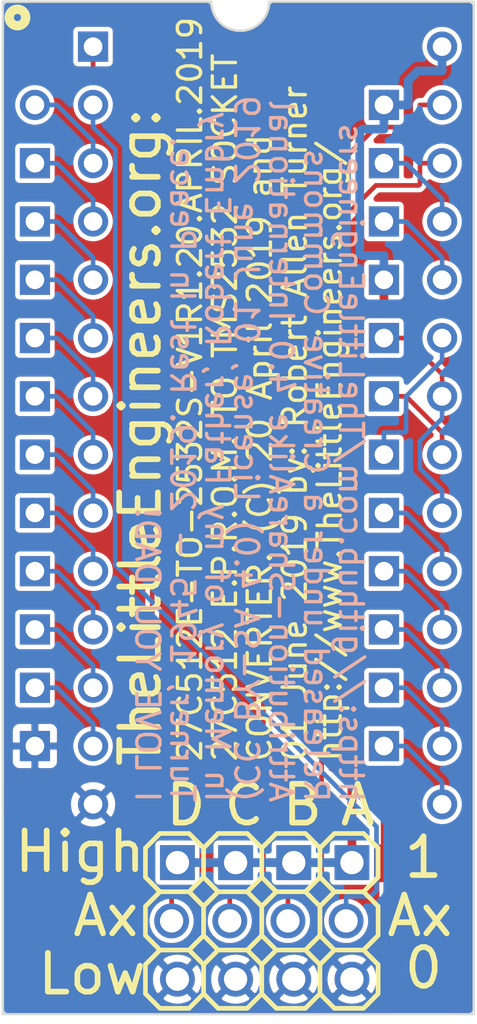
<source format=kicad_pcb>
(kicad_pcb (version 20171130) (host pcbnew "(5.0.2)-1")
  (layers (0 Top signal) (31 Bottom signal) (34 B.Paste user) (35 F.Paste user) (36 B.SilkS user) (37 F.SilkS user) (38 B.Mask user) (39 F.Mask user) (44 Edge.Cuts user))
  (net 0 "")
  (net 1 /VCC)
  (net 2 /A8)
  (net 3 /A9)
  (net 4 /~CE)
  (net 5 /A10)
  (net 6 /A11)
  (net 7 /D7)
  (net 8 /D6)
  (net 9 /D5)
  (net 10 /D4)
  (net 11 /D3)
  (net 12 /GND)
  (net 13 /D2)
  (net 14 /D1)
  (net 15 /D0)
  (net 16 /A0)
  (net 17 /A1)
  (net 18 /A2)
  (net 19 /A3)
  (net 20 /A4)
  (net 21 /A5)
  (net 22 /A6)
  (net 23 /A7)
  (net 24 /A14)
  (net 25 /A13)
  (net 26 /A12)
  (net 27 /A15)
  (module 27C512E-TO-2532S:DIL24-6-NO-OUTLINE (layer Top) (at 156.1211 79.6036 270)
    (fp_text reference IC1 hide)
    (fp_text value TMS2532-NO hide)
    (pad 24 thru_hole rect (at -13.97 -7.62) (size 1.3208 1.3208) (drill 0.8128) (layers *.Cu *.Mask) (net 1 /VCC))
    (pad 23 thru_hole rect (at -11.43 -7.62) (size 1.3208 1.3208) (drill 0.8128) (layers *.Cu *.Mask) (net 2 /A8))
    (pad 22 thru_hole rect (at -8.89 -7.62) (size 1.3208 1.3208) (drill 0.8128) (layers *.Cu *.Mask) (net 3 /A9))
    (pad 21 thru_hole rect (at -6.35 -7.62) (size 1.3208 1.3208) (drill 0.8128) (layers *.Cu *.Mask) (net 1 /VCC))
    (pad 20 thru_hole rect (at -3.81 -7.62) (size 1.3208 1.3208) (drill 0.8128) (layers *.Cu *.Mask) (net 4 /~CE))
    (pad 19 thru_hole rect (at -1.27 -7.62) (size 1.3208 1.3208) (drill 0.8128) (layers *.Cu *.Mask) (net 5 /A10))
    (pad 18 thru_hole rect (at 1.27 -7.62) (size 1.3208 1.3208) (drill 0.8128) (layers *.Cu *.Mask) (net 6 /A11))
    (pad 17 thru_hole rect (at 3.81 -7.62) (size 1.3208 1.3208) (drill 0.8128) (layers *.Cu *.Mask) (net 7 /D7))
    (pad 16 thru_hole rect (at 6.35 -7.62) (size 1.3208 1.3208) (drill 0.8128) (layers *.Cu *.Mask) (net 8 /D6))
    (pad 15 thru_hole rect (at 8.89 -7.62) (size 1.3208 1.3208) (drill 0.8128) (layers *.Cu *.Mask) (net 9 /D5))
    (pad 14 thru_hole rect (at 11.43 -7.62) (size 1.3208 1.3208) (drill 0.8128) (layers *.Cu *.Mask) (net 10 /D4))
    (pad 13 thru_hole rect (at 13.97 -7.62) (size 1.3208 1.3208) (drill 0.8128) (layers *.Cu *.Mask) (net 11 /D3))
    (pad 12 thru_hole rect (at 13.97 7.62) (size 1.3208 1.3208) (drill 0.8128) (layers *.Cu *.Mask) (net 12 /GND))
    (pad 11 thru_hole rect (at 11.43 7.62) (size 1.3208 1.3208) (drill 0.8128) (layers *.Cu *.Mask) (net 13 /D2))
    (pad 10 thru_hole rect (at 8.89 7.62) (size 1.3208 1.3208) (drill 0.8128) (layers *.Cu *.Mask) (net 14 /D1))
    (pad 9 thru_hole rect (at 6.35 7.62) (size 1.3208 1.3208) (drill 0.8128) (layers *.Cu *.Mask) (net 15 /D0))
    (pad 8 thru_hole rect (at 3.81 7.62) (size 1.3208 1.3208) (drill 0.8128) (layers *.Cu *.Mask) (net 16 /A0))
    (pad 7 thru_hole rect (at 1.27 7.62) (size 1.3208 1.3208) (drill 0.8128) (layers *.Cu *.Mask) (net 17 /A1))
    (pad 6 thru_hole rect (at -1.27 7.62) (size 1.3208 1.3208) (drill 0.8128) (layers *.Cu *.Mask) (net 18 /A2))
    (pad 5 thru_hole rect (at -3.81 7.62) (size 1.3208 1.3208) (drill 0.8128) (layers *.Cu *.Mask) (net 19 /A3))
    (pad 4 thru_hole rect (at -6.35 7.62) (size 1.3208 1.3208) (drill 0.8128) (layers *.Cu *.Mask) (net 20 /A4))
    (pad 3 thru_hole rect (at -8.89 7.62) (size 1.3208 1.3208) (drill 0.8128) (layers *.Cu *.Mask) (net 21 /A5))
    (pad 2 thru_hole rect (at -11.43 7.62) (size 1.3208 1.3208) (drill 0.8128) (layers *.Cu *.Mask) (net 22 /A6))
    (pad 1 thru_hole circle (at -13.97 7.62) (size 1.3208 1.3208) (drill 0.8128) (layers *.Cu *.Mask) (net 23 /A7))
  )
  (module 27C512E-TO-2532S:DIL28-6-NO-OUTLINE (layer Top) (at 158.6611 79.6036 270)
    (fp_text reference IC2 hide)
    (fp_text value 27C512D-NO hide)
    (pad 28 thru_hole circle (at -16.51 -7.62) (size 1.3208 1.3208) (drill 0.8128) (layers *.Cu *.Mask) (net 1 /VCC))
    (pad 27 thru_hole circle (at -13.97 -7.62) (size 1.3208 1.3208) (drill 0.8128) (layers *.Cu *.Mask) (net 24 /A14))
    (pad 26 thru_hole circle (at -11.43 -7.62) (size 1.3208 1.3208) (drill 0.8128) (layers *.Cu *.Mask) (net 25 /A13))
    (pad 25 thru_hole circle (at -8.89 -7.62) (size 1.3208 1.3208) (drill 0.8128) (layers *.Cu *.Mask) (net 2 /A8))
    (pad 24 thru_hole circle (at -6.35 -7.62) (size 1.3208 1.3208) (drill 0.8128) (layers *.Cu *.Mask) (net 3 /A9))
    (pad 23 thru_hole circle (at -3.81 -7.62) (size 1.3208 1.3208) (drill 0.8128) (layers *.Cu *.Mask) (net 6 /A11))
    (pad 22 thru_hole circle (at -1.27 -7.62) (size 1.3208 1.3208) (drill 0.8128) (layers *.Cu *.Mask) (net 4 /~CE))
    (pad 21 thru_hole circle (at 1.27 -7.62) (size 1.3208 1.3208) (drill 0.8128) (layers *.Cu *.Mask) (net 5 /A10))
    (pad 20 thru_hole circle (at 3.81 -7.62) (size 1.3208 1.3208) (drill 0.8128) (layers *.Cu *.Mask) (net 4 /~CE))
    (pad 19 thru_hole circle (at 6.35 -7.62) (size 1.3208 1.3208) (drill 0.8128) (layers *.Cu *.Mask) (net 7 /D7))
    (pad 18 thru_hole circle (at 8.89 -7.62) (size 1.3208 1.3208) (drill 0.8128) (layers *.Cu *.Mask) (net 8 /D6))
    (pad 17 thru_hole circle (at 11.43 -7.62) (size 1.3208 1.3208) (drill 0.8128) (layers *.Cu *.Mask) (net 9 /D5))
    (pad 16 thru_hole circle (at 13.97 -7.62) (size 1.3208 1.3208) (drill 0.8128) (layers *.Cu *.Mask) (net 10 /D4))
    (pad 15 thru_hole circle (at 16.51 -7.62) (size 1.3208 1.3208) (drill 0.8128) (layers *.Cu *.Mask) (net 11 /D3))
    (pad 14 thru_hole circle (at 16.51 7.62) (size 1.3208 1.3208) (drill 0.8128) (layers *.Cu *.Mask) (net 12 /GND))
    (pad 13 thru_hole circle (at 13.97 7.62) (size 1.3208 1.3208) (drill 0.8128) (layers *.Cu *.Mask) (net 13 /D2))
    (pad 12 thru_hole circle (at 11.43 7.62) (size 1.3208 1.3208) (drill 0.8128) (layers *.Cu *.Mask) (net 14 /D1))
    (pad 11 thru_hole circle (at 8.89 7.62) (size 1.3208 1.3208) (drill 0.8128) (layers *.Cu *.Mask) (net 15 /D0))
    (pad 10 thru_hole circle (at 6.35 7.62) (size 1.3208 1.3208) (drill 0.8128) (layers *.Cu *.Mask) (net 16 /A0))
    (pad 9 thru_hole circle (at 3.81 7.62) (size 1.3208 1.3208) (drill 0.8128) (layers *.Cu *.Mask) (net 17 /A1))
    (pad 8 thru_hole circle (at 1.27 7.62) (size 1.3208 1.3208) (drill 0.8128) (layers *.Cu *.Mask) (net 18 /A2))
    (pad 7 thru_hole circle (at -1.27 7.62) (size 1.3208 1.3208) (drill 0.8128) (layers *.Cu *.Mask) (net 19 /A3))
    (pad 6 thru_hole circle (at -3.81 7.62) (size 1.3208 1.3208) (drill 0.8128) (layers *.Cu *.Mask) (net 20 /A4))
    (pad 5 thru_hole circle (at -6.35 7.62) (size 1.3208 1.3208) (drill 0.8128) (layers *.Cu *.Mask) (net 21 /A5))
    (pad 4 thru_hole circle (at -8.89 7.62) (size 1.3208 1.3208) (drill 0.8128) (layers *.Cu *.Mask) (net 22 /A6))
    (pad 3 thru_hole circle (at -11.43 7.62) (size 1.3208 1.3208) (drill 0.8128) (layers *.Cu *.Mask) (net 23 /A7))
    (pad 2 thru_hole circle (at -13.97 7.62) (size 1.3208 1.3208) (drill 0.8128) (layers *.Cu *.Mask) (net 26 /A12))
    (pad 1 thru_hole rect (at -16.51 7.62) (size 1.3208 1.3208) (drill 0.8128) (layers *.Cu *.Mask) (net 27 /A15))
  )
  (module 27C512E-TO-2532S:1X03-STAGGERED (layer Top) (at 162.2171 101.1936 270)
    (fp_text reference A1 hide)
    (fp_text value 1X03-STAGGERED-S hide)
    (fp_line (start 1.27 -0.635) (end 1.27 0.635) (layer F.SilkS) (width 0.2032))
    (fp_line (start -1.27 -0.635) (end -1.27 0.635) (layer F.SilkS) (width 0.2032))
    (fp_line (start 3.81 -0.635) (end 3.81 0.635) (layer F.SilkS) (width 0.2032))
    (fp_line (start -1.905 1.27) (end -3.175 1.27) (layer F.SilkS) (width 0.2032))
    (fp_line (start -3.81 0.635) (end -3.175 1.27) (layer F.SilkS) (width 0.2032))
    (fp_line (start -3.175 -1.27) (end -3.81 -0.635) (layer F.SilkS) (width 0.2032))
    (fp_line (start -3.81 -0.635) (end -3.81 0.635) (layer F.SilkS) (width 0.2032))
    (fp_line (start -0.635 1.27) (end -1.27 0.635) (layer F.SilkS) (width 0.2032))
    (fp_line (start 0.635 1.27) (end -0.635 1.27) (layer F.SilkS) (width 0.2032))
    (fp_line (start 1.27 0.635) (end 0.635 1.27) (layer F.SilkS) (width 0.2032))
    (fp_line (start 0.635 -1.27) (end 1.27 -0.635) (layer F.SilkS) (width 0.2032))
    (fp_line (start -0.635 -1.27) (end 0.635 -1.27) (layer F.SilkS) (width 0.2032))
    (fp_line (start -1.27 -0.635) (end -0.635 -1.27) (layer F.SilkS) (width 0.2032))
    (fp_line (start -1.27 0.635) (end -1.905 1.27) (layer F.SilkS) (width 0.2032))
    (fp_line (start -1.905 -1.27) (end -1.27 -0.635) (layer F.SilkS) (width 0.2032))
    (fp_line (start -3.175 -1.27) (end -1.905 -1.27) (layer F.SilkS) (width 0.2032))
    (fp_line (start 1.905 1.27) (end 1.27 0.635) (layer F.SilkS) (width 0.2032))
    (fp_line (start 3.175 1.27) (end 1.905 1.27) (layer F.SilkS) (width 0.2032))
    (fp_line (start 3.81 0.635) (end 3.175 1.27) (layer F.SilkS) (width 0.2032))
    (fp_line (start 3.175 -1.27) (end 3.81 -0.635) (layer F.SilkS) (width 0.2032))
    (fp_line (start 1.905 -1.27) (end 3.175 -1.27) (layer F.SilkS) (width 0.2032))
    (fp_line (start 1.27 -0.635) (end 1.905 -1.27) (layer F.SilkS) (width 0.2032))
    (pad 3 thru_hole circle (at 2.54 -0.127) (size 1.524 1.524) (drill 1.016) (layers *.Cu *.Mask) (net 12 /GND))
    (pad 2 thru_hole circle (at 0 0.127) (size 1.524 1.524) (drill 1.016) (layers *.Cu *.Mask) (net 26 /A12))
    (pad 1 thru_hole rect (at -2.54 -0.127) (size 1.524 1.524) (drill 1.016) (layers *.Cu *.Mask) (net 1 /VCC))
  )
  (module 27C512E-TO-2532S:1X03-STAGGERED (layer Top) (at 159.6771 101.1936 270)
    (fp_text reference A2 hide)
    (fp_text value 1X03-STAGGERED-S hide)
    (fp_line (start 1.27 -0.635) (end 1.27 0.635) (layer F.SilkS) (width 0.2032))
    (fp_line (start -1.27 -0.635) (end -1.27 0.635) (layer F.SilkS) (width 0.2032))
    (fp_line (start 3.81 -0.635) (end 3.81 0.635) (layer F.SilkS) (width 0.2032))
    (fp_line (start -1.905 1.27) (end -3.175 1.27) (layer F.SilkS) (width 0.2032))
    (fp_line (start -3.81 0.635) (end -3.175 1.27) (layer F.SilkS) (width 0.2032))
    (fp_line (start -3.175 -1.27) (end -3.81 -0.635) (layer F.SilkS) (width 0.2032))
    (fp_line (start -3.81 -0.635) (end -3.81 0.635) (layer F.SilkS) (width 0.2032))
    (fp_line (start -0.635 1.27) (end -1.27 0.635) (layer F.SilkS) (width 0.2032))
    (fp_line (start 0.635 1.27) (end -0.635 1.27) (layer F.SilkS) (width 0.2032))
    (fp_line (start 1.27 0.635) (end 0.635 1.27) (layer F.SilkS) (width 0.2032))
    (fp_line (start 0.635 -1.27) (end 1.27 -0.635) (layer F.SilkS) (width 0.2032))
    (fp_line (start -0.635 -1.27) (end 0.635 -1.27) (layer F.SilkS) (width 0.2032))
    (fp_line (start -1.27 -0.635) (end -0.635 -1.27) (layer F.SilkS) (width 0.2032))
    (fp_line (start -1.27 0.635) (end -1.905 1.27) (layer F.SilkS) (width 0.2032))
    (fp_line (start -1.905 -1.27) (end -1.27 -0.635) (layer F.SilkS) (width 0.2032))
    (fp_line (start -3.175 -1.27) (end -1.905 -1.27) (layer F.SilkS) (width 0.2032))
    (fp_line (start 1.905 1.27) (end 1.27 0.635) (layer F.SilkS) (width 0.2032))
    (fp_line (start 3.175 1.27) (end 1.905 1.27) (layer F.SilkS) (width 0.2032))
    (fp_line (start 3.81 0.635) (end 3.175 1.27) (layer F.SilkS) (width 0.2032))
    (fp_line (start 3.175 -1.27) (end 3.81 -0.635) (layer F.SilkS) (width 0.2032))
    (fp_line (start 1.905 -1.27) (end 3.175 -1.27) (layer F.SilkS) (width 0.2032))
    (fp_line (start 1.27 -0.635) (end 1.905 -1.27) (layer F.SilkS) (width 0.2032))
    (pad 3 thru_hole circle (at 2.54 -0.127) (size 1.524 1.524) (drill 1.016) (layers *.Cu *.Mask) (net 12 /GND))
    (pad 2 thru_hole circle (at 0 0.127) (size 1.524 1.524) (drill 1.016) (layers *.Cu *.Mask) (net 25 /A13))
    (pad 1 thru_hole rect (at -2.54 -0.127) (size 1.524 1.524) (drill 1.016) (layers *.Cu *.Mask) (net 1 /VCC))
  )
  (module 27C512E-TO-2532S:1X03-STAGGERED (layer Top) (at 157.1371 101.1936 270)
    (fp_text reference A3 hide)
    (fp_text value 1X03-STAGGERED-S hide)
    (fp_line (start 1.27 -0.635) (end 1.27 0.635) (layer F.SilkS) (width 0.2032))
    (fp_line (start -1.27 -0.635) (end -1.27 0.635) (layer F.SilkS) (width 0.2032))
    (fp_line (start 3.81 -0.635) (end 3.81 0.635) (layer F.SilkS) (width 0.2032))
    (fp_line (start -1.905 1.27) (end -3.175 1.27) (layer F.SilkS) (width 0.2032))
    (fp_line (start -3.81 0.635) (end -3.175 1.27) (layer F.SilkS) (width 0.2032))
    (fp_line (start -3.175 -1.27) (end -3.81 -0.635) (layer F.SilkS) (width 0.2032))
    (fp_line (start -3.81 -0.635) (end -3.81 0.635) (layer F.SilkS) (width 0.2032))
    (fp_line (start -0.635 1.27) (end -1.27 0.635) (layer F.SilkS) (width 0.2032))
    (fp_line (start 0.635 1.27) (end -0.635 1.27) (layer F.SilkS) (width 0.2032))
    (fp_line (start 1.27 0.635) (end 0.635 1.27) (layer F.SilkS) (width 0.2032))
    (fp_line (start 0.635 -1.27) (end 1.27 -0.635) (layer F.SilkS) (width 0.2032))
    (fp_line (start -0.635 -1.27) (end 0.635 -1.27) (layer F.SilkS) (width 0.2032))
    (fp_line (start -1.27 -0.635) (end -0.635 -1.27) (layer F.SilkS) (width 0.2032))
    (fp_line (start -1.27 0.635) (end -1.905 1.27) (layer F.SilkS) (width 0.2032))
    (fp_line (start -1.905 -1.27) (end -1.27 -0.635) (layer F.SilkS) (width 0.2032))
    (fp_line (start -3.175 -1.27) (end -1.905 -1.27) (layer F.SilkS) (width 0.2032))
    (fp_line (start 1.905 1.27) (end 1.27 0.635) (layer F.SilkS) (width 0.2032))
    (fp_line (start 3.175 1.27) (end 1.905 1.27) (layer F.SilkS) (width 0.2032))
    (fp_line (start 3.81 0.635) (end 3.175 1.27) (layer F.SilkS) (width 0.2032))
    (fp_line (start 3.175 -1.27) (end 3.81 -0.635) (layer F.SilkS) (width 0.2032))
    (fp_line (start 1.905 -1.27) (end 3.175 -1.27) (layer F.SilkS) (width 0.2032))
    (fp_line (start 1.27 -0.635) (end 1.905 -1.27) (layer F.SilkS) (width 0.2032))
    (pad 3 thru_hole circle (at 2.54 -0.127) (size 1.524 1.524) (drill 1.016) (layers *.Cu *.Mask) (net 12 /GND))
    (pad 2 thru_hole circle (at 0 0.127) (size 1.524 1.524) (drill 1.016) (layers *.Cu *.Mask) (net 24 /A14))
    (pad 1 thru_hole rect (at -2.54 -0.127) (size 1.524 1.524) (drill 1.016) (layers *.Cu *.Mask) (net 1 /VCC))
  )
  (module 27C512E-TO-2532S:1X03-STAGGERED (layer Top) (at 154.5971 101.1936 270)
    (fp_text reference A4 hide)
    (fp_text value 1X03-STAGGERED-S hide)
    (fp_line (start 1.27 -0.635) (end 1.27 0.635) (layer F.SilkS) (width 0.2032))
    (fp_line (start -1.27 -0.635) (end -1.27 0.635) (layer F.SilkS) (width 0.2032))
    (fp_line (start 3.81 -0.635) (end 3.81 0.635) (layer F.SilkS) (width 0.2032))
    (fp_line (start -1.905 1.27) (end -3.175 1.27) (layer F.SilkS) (width 0.2032))
    (fp_line (start -3.81 0.635) (end -3.175 1.27) (layer F.SilkS) (width 0.2032))
    (fp_line (start -3.175 -1.27) (end -3.81 -0.635) (layer F.SilkS) (width 0.2032))
    (fp_line (start -3.81 -0.635) (end -3.81 0.635) (layer F.SilkS) (width 0.2032))
    (fp_line (start -0.635 1.27) (end -1.27 0.635) (layer F.SilkS) (width 0.2032))
    (fp_line (start 0.635 1.27) (end -0.635 1.27) (layer F.SilkS) (width 0.2032))
    (fp_line (start 1.27 0.635) (end 0.635 1.27) (layer F.SilkS) (width 0.2032))
    (fp_line (start 0.635 -1.27) (end 1.27 -0.635) (layer F.SilkS) (width 0.2032))
    (fp_line (start -0.635 -1.27) (end 0.635 -1.27) (layer F.SilkS) (width 0.2032))
    (fp_line (start -1.27 -0.635) (end -0.635 -1.27) (layer F.SilkS) (width 0.2032))
    (fp_line (start -1.27 0.635) (end -1.905 1.27) (layer F.SilkS) (width 0.2032))
    (fp_line (start -1.905 -1.27) (end -1.27 -0.635) (layer F.SilkS) (width 0.2032))
    (fp_line (start -3.175 -1.27) (end -1.905 -1.27) (layer F.SilkS) (width 0.2032))
    (fp_line (start 1.905 1.27) (end 1.27 0.635) (layer F.SilkS) (width 0.2032))
    (fp_line (start 3.175 1.27) (end 1.905 1.27) (layer F.SilkS) (width 0.2032))
    (fp_line (start 3.81 0.635) (end 3.175 1.27) (layer F.SilkS) (width 0.2032))
    (fp_line (start 3.175 -1.27) (end 3.81 -0.635) (layer F.SilkS) (width 0.2032))
    (fp_line (start 1.905 -1.27) (end 3.175 -1.27) (layer F.SilkS) (width 0.2032))
    (fp_line (start 1.27 -0.635) (end 1.905 -1.27) (layer F.SilkS) (width 0.2032))
    (pad 3 thru_hole circle (at 2.54 -0.127) (size 1.524 1.524) (drill 1.016) (layers *.Cu *.Mask) (net 12 /GND))
    (pad 2 thru_hole circle (at 0 0.127) (size 1.524 1.524) (drill 1.016) (layers *.Cu *.Mask) (net 27 /A15))
    (pad 1 thru_hole rect (at -2.54 -0.127) (size 1.524 1.524) (drill 1.016) (layers *.Cu *.Mask) (net 1 /VCC))
  )
  (module 27C512E-TO-2532S:OUTLINE (layer Top) (at 148.5011 105.0036)
    (fp_text reference U$1 hide)
    (fp_text value "" hide)
    (fp_line (start 19.1566 -43.8658) (end 10.2362 -43.8658) (layer Edge.Cuts) (width 0.1))
    (fp_arc (start 8.9662 -43.8658) (end 10.2362 -43.8658) (angle 180) (layer Edge.Cuts) (width 0.1))
    (fp_line (start 7.6962 -43.8658) (end -1.397 -43.8658) (layer Edge.Cuts) (width 0.1))
    (fp_line (start 19.157 0.254) (end 19.157 -43.866) (layer Edge.Cuts) (width 0.1))
    (fp_line (start -1.397 0.254) (end 19.157 0.254) (layer Edge.Cuts) (width 0.1))
    (fp_line (start -1.397 -43.8658) (end -1.397 0.254) (layer Edge.Cuts) (width 0.1))
    (fp_line (start -0.127 -43.866) (end -1.397 -43.8658) (layer Edge.Cuts) (width 0.1))
  )
  (gr_circle (center 147.7391 61.8236) (end 148.0983 61.8236) (layer Top) (width 0.4064))
  (gr_circle (center 147.7391 61.8236) (end 148.0983 61.8236) (layer F.SilkS) (width 0.4064))
  (gr_text D (at 154.0891 97.1296) (layer Top) (effects (font (size 1.6891 1.6891) (thickness 0.24892)) (justify left bottom)))
  (gr_text C (at 156.6291 97.1296) (layer Top) (effects (font (size 1.6891 1.6891) (thickness 0.24892)) (justify left bottom)))
  (gr_text B (at 159.1691 97.1296) (layer Top) (effects (font (size 1.6891 1.6891) (thickness 0.24892)) (justify left bottom)))
  (gr_text A (at 161.7091 97.1296) (layer Top) (effects (font (size 1.6891 1.6891) (thickness 0.24892)) (justify left bottom)))
  (gr_text D (at 154.0891 97.1296) (layer F.SilkS) (effects (font (size 1.6891 1.6891) (thickness 0.24892)) (justify left bottom)))
  (gr_text C (at 156.6291 97.1296) (layer F.SilkS) (effects (font (size 1.6891 1.6891) (thickness 0.24892)) (justify left bottom)))
  (gr_text B (at 159.1691 97.1296) (layer F.SilkS) (effects (font (size 1.6891 1.6891) (thickness 0.24892)) (justify left bottom)))
  (gr_text A (at 161.7091 97.1296) (layer F.SilkS) (effects (font (size 1.6891 1.6891) (thickness 0.24892)) (justify left bottom)))
  (gr_text TheLittleEngineers.org: (at 154.0891 94.5896 90) (layer F.SilkS) (effects (font (size 1.6891 1.6891) (thickness 0.24892)) (justify left bottom)))
  (gr_text 27C512E-TO-2532S-V1R1.20.APRIL.2019 (at 155.8671 94.3356 90) (layer F.SilkS) (effects (font (size 1.01346 1.01346) (thickness 0.149352)) (justify left bottom)))
  (gr_text "27C512 E.P.R.O.M. TO TMS2532 SOCKET" (at 157.3911 94.3356 90) (layer F.SilkS) (effects (font (size 1.01346 1.01346) (thickness 0.149352)) (justify left bottom)))
  (gr_text "CONVERTER. (C) 20 April 2019 and" (at 158.9151 94.3356 90) (layer F.SilkS) (effects (font (size 1.01346 1.01346) (thickness 0.149352)) (justify left bottom)))
  (gr_text "01 June 2019 by: Robert Allen Turner" (at 160.4391 94.3356 90) (layer F.SilkS) (effects (font (size 1.01346 1.01346) (thickness 0.149352)) (justify left bottom)))
  (gr_text http://www.TheLittleEngineers.org/ (at 161.9631 94.3356 90) (layer F.SilkS) (effects (font (size 1.01346 1.01346) (thickness 0.149352)) (justify left bottom)))
  (gr_text https://github.com/TheLittleEngineers (at 161.7091 96.1136 -90) (layer B.SilkS) (effects (font (size 1.01346 1.01346) (thickness 0.149352)) (justify left bottom mirror)))
  (gr_text "Released under a Creative Commons" (at 160.1851 96.1136 -90) (layer B.SilkS) (effects (font (size 1.01346 1.01346) (thickness 0.149352)) (justify left bottom mirror)))
  (gr_text "Attribution-ShareAlike 4.0 International" (at 158.6611 96.1136 -90) (layer B.SilkS) (effects (font (size 1.01346 1.01346) (thickness 0.149352)) (justify left bottom mirror)))
  (gr_text "(CC BY-SA 4.0) License, 01 June 2019" (at 157.1371 96.1136 -90) (layer B.SilkS) (effects (font (size 1.01346 1.01346) (thickness 0.149352)) (justify left bottom mirror)))
  (gr_text "In Memory of my Father, Robert Embry" (at 155.8671 96.1136 -90) (layer B.SilkS) (effects (font (size 1.01346 1.01346) (thickness 0.149352)) (justify left bottom mirror)))
  (gr_text "Turner, 1945 - 2019. Rest In Peace." (at 154.3431 96.1136 -90) (layer B.SilkS) (effects (font (size 1.01346 1.01346) (thickness 0.149352)) (justify left bottom mirror)))
  (gr_text "I LOVE YOU DAD!" (at 152.8191 96.1136 -90) (layer B.SilkS) (effects (font (size 1.01346 1.01346) (thickness 0.149352)) (justify left bottom mirror)))
  (gr_text Ax (at 150.0251 101.9556) (layer Top) (effects (font (size 1.6891 1.6891) (thickness 0.24892)) (justify left bottom)))
  (gr_text High (at 147.4851 99.1616) (layer Top) (effects (font (size 1.6891 1.6891) (thickness 0.24892)) (justify left bottom)))
  (gr_text Low (at 148.5011 104.4956) (layer Top) (effects (font (size 1.6891 1.6891) (thickness 0.24892)) (justify left bottom)))
  (gr_text Ax (at 163.7411 101.9556) (layer Top) (effects (font (size 1.6891 1.6891) (thickness 0.24892)) (justify left bottom)))
  (gr_text 1 (at 164.5031 99.4156) (layer Top) (effects (font (size 1.6891 1.6891) (thickness 0.24892)) (justify left bottom)))
  (gr_text 0 (at 164.5031 104.2416) (layer Top) (effects (font (size 1.6891 1.6891) (thickness 0.24892)) (justify left bottom)))
  (gr_text High (at 147.4851 99.1616) (layer F.SilkS) (effects (font (size 1.6891 1.6891) (thickness 0.24892)) (justify left bottom)))
  (gr_text Ax (at 150.0251 101.9556) (layer F.SilkS) (effects (font (size 1.6891 1.6891) (thickness 0.24892)) (justify left bottom)))
  (gr_text Low (at 148.5011 104.4956) (layer F.SilkS) (effects (font (size 1.6891 1.6891) (thickness 0.24892)) (justify left bottom)))
  (gr_text 1 (at 164.5031 99.4156) (layer F.SilkS) (effects (font (size 1.6891 1.6891) (thickness 0.24892)) (justify left bottom)))
  (gr_text Ax (at 163.7411 101.9556) (layer F.SilkS) (effects (font (size 1.6891 1.6891) (thickness 0.24892)) (justify left bottom)))
  (gr_text 0 (at 164.5031 104.2416) (layer F.SilkS) (effects (font (size 1.6891 1.6891) (thickness 0.24892)) (justify left bottom)))
  (segment (start 163.7411 65.6336) (end 164.7977 65.6336) (width 0.381) (layer Bottom) (net 1))
  (segment (start 166.2811 64.1502) (end 166.2811 63.0936) (width 0.381) (layer Bottom) (net 1))
  (segment (start 165.2245 64.1502) (end 166.2811 64.1502) (width 0.381) (layer Bottom) (net 1))
  (segment (start 164.7977 64.577) (end 165.2245 64.1502) (width 0.381) (layer Bottom) (net 1))
  (segment (start 164.7977 65.6336) (end 164.7977 64.577) (width 0.381) (layer Bottom) (net 1))
  (segment (start 159.8041 98.6536) (end 162.3441 98.6536) (width 0.381) (layer Bottom) (net 1))
  (segment (start 157.2641 98.6536) (end 159.8041 98.6536) (width 0.381) (layer Bottom) (net 1))
  (segment (start 154.7241 98.6536) (end 157.2641 98.6536) (width 0.381) (layer Bottom) (net 1))
  (segment (start 163.7411 74.3102) (end 163.7411 73.2536) (width 0.381) (layer Top) (net 1))
  (segment (start 162.6845 74.3102) (end 163.7411 74.3102) (width 0.381) (layer Top) (net 1))
  (segment (start 162.3441 74.6506) (end 162.6845 74.3102) (width 0.381) (layer Top) (net 1))
  (segment (start 162.3441 98.6536) (end 162.3441 74.6506) (width 0.381) (layer Top) (net 1))
  (segment (start 163.7411 73.2536) (end 163.7411 72.197) (width 0.381) (layer Bottom) (net 1))
  (segment (start 163.7411 66.6902) (end 163.7411 65.6336) (width 0.381) (layer Bottom) (net 1))
  (segment (start 162.7937 66.6902) (end 163.7411 66.6902) (width 0.381) (layer Bottom) (net 1))
  (segment (start 162.6845 66.7995) (end 162.7937 66.6902) (width 0.381) (layer Bottom) (net 1))
  (segment (start 162.6845 72.0877) (end 162.6845 66.7995) (width 0.381) (layer Bottom) (net 1))
  (segment (start 162.7937 72.197) (end 162.6845 72.0877) (width 0.381) (layer Bottom) (net 1))
  (segment (start 163.7411 72.197) (end 162.7937 72.197) (width 0.381) (layer Bottom) (net 1))
  (segment (start 164.7088 68.1736) (end 163.7411 68.1736) (width 0.2032) (layer Bottom) (net 2))
  (segment (start 166.2811 70.7136) (end 166.2811 69.7459) (width 0.2032) (layer Bottom) (net 2))
  (segment (start 166.2811 69.7459) (end 164.7088 68.1736) (width 0.2032) (layer Bottom) (net 2))
  (segment (start 164.7088 70.7136) (end 163.7411 70.7136) (width 0.2032) (layer Bottom) (net 3))
  (segment (start 166.2811 73.2536) (end 166.2811 72.2859) (width 0.2032) (layer Bottom) (net 3))
  (segment (start 166.2811 72.2859) (end 164.7088 70.7136) (width 0.2032) (layer Bottom) (net 3))
  (segment (start 166.2811 79.3013) (end 166.2811 78.3336) (width 0.2032) (layer Bottom) (net 4))
  (segment (start 166.2811 83.4136) (end 166.2811 82.4459) (width 0.2032) (layer Bottom) (net 4))
  (segment (start 165.3134 80.2691) (end 166.2811 79.3013) (width 0.2032) (layer Bottom) (net 4))
  (segment (start 165.3134 81.4781) (end 165.3134 80.2691) (width 0.2032) (layer Bottom) (net 4))
  (segment (start 166.2811 82.4459) (end 165.3134 81.4781) (width 0.2032) (layer Bottom) (net 4))
  (segment (start 164.7088 75.7936) (end 163.7411 75.7936) (width 0.2032) (layer Top) (net 4))
  (segment (start 166.2811 78.3336) (end 166.2811 77.3659) (width 0.2032) (layer Top) (net 4))
  (segment (start 166.2811 77.3659) (end 164.7088 75.7936) (width 0.2032) (layer Top) (net 4))
  (segment (start 164.7088 78.3336) (end 163.7411 78.3336) (width 0.2032) (layer Top) (net 5))
  (segment (start 166.2811 80.8736) (end 166.2811 79.9059) (width 0.2032) (layer Top) (net 5))
  (segment (start 166.2811 79.9059) (end 164.7088 78.3336) (width 0.2032) (layer Top) (net 5))
  (segment (start 163.7411 80.8736) (end 163.7411 79.9059) (width 0.2032) (layer Bottom) (net 6))
  (segment (start 166.2811 76.7613) (end 166.2811 75.7936) (width 0.2032) (layer Bottom) (net 6))
  (segment (start 164.7088 78.3336) (end 166.2811 76.7613) (width 0.2032) (layer Bottom) (net 6))
  (segment (start 164.7088 79.85) (end 164.7088 78.3336) (width 0.2032) (layer Bottom) (net 6))
  (segment (start 164.653 79.9059) (end 164.7088 79.85) (width 0.2032) (layer Bottom) (net 6))
  (segment (start 163.7411 79.9059) (end 164.653 79.9059) (width 0.2032) (layer Bottom) (net 6))
  (segment (start 164.7088 83.4136) (end 163.7411 83.4136) (width 0.2032) (layer Bottom) (net 7))
  (segment (start 166.2811 85.9536) (end 166.2811 84.9859) (width 0.2032) (layer Bottom) (net 7))
  (segment (start 166.2811 84.9859) (end 164.7088 83.4136) (width 0.2032) (layer Bottom) (net 7))
  (segment (start 164.7088 85.9536) (end 163.7411 85.9536) (width 0.2032) (layer Bottom) (net 8))
  (segment (start 166.2811 88.4936) (end 166.2811 87.5259) (width 0.2032) (layer Bottom) (net 8))
  (segment (start 166.2811 87.5259) (end 164.7088 85.9536) (width 0.2032) (layer Bottom) (net 8))
  (segment (start 164.7088 88.4936) (end 163.7411 88.4936) (width 0.2032) (layer Bottom) (net 9))
  (segment (start 166.2811 91.0336) (end 166.2811 90.0659) (width 0.2032) (layer Bottom) (net 9))
  (segment (start 166.2811 90.0659) (end 164.7088 88.4936) (width 0.2032) (layer Bottom) (net 9))
  (segment (start 164.7088 91.0336) (end 163.7411 91.0336) (width 0.2032) (layer Bottom) (net 10))
  (segment (start 166.2811 93.5736) (end 166.2811 92.6059) (width 0.2032) (layer Bottom) (net 10))
  (segment (start 166.2811 92.6059) (end 164.7088 91.0336) (width 0.2032) (layer Bottom) (net 10))
  (segment (start 164.7088 93.5736) (end 163.7411 93.5736) (width 0.2032) (layer Bottom) (net 11))
  (segment (start 166.2811 96.1136) (end 166.2811 95.1459) (width 0.2032) (layer Bottom) (net 11))
  (segment (start 166.2811 95.1459) (end 164.7088 93.5736) (width 0.2032) (layer Bottom) (net 11))
  (segment (start 149.4688 91.0336) (end 148.5011 91.0336) (width 0.2032) (layer Bottom) (net 13))
  (segment (start 151.0411 93.5736) (end 151.0411 92.6059) (width 0.2032) (layer Bottom) (net 13))
  (segment (start 151.0411 92.6059) (end 149.4688 91.0336) (width 0.2032) (layer Bottom) (net 13))
  (segment (start 149.4688 88.4936) (end 148.5011 88.4936) (width 0.2032) (layer Bottom) (net 14))
  (segment (start 151.0411 91.0336) (end 151.0411 90.0659) (width 0.2032) (layer Bottom) (net 14))
  (segment (start 151.0411 90.0659) (end 149.4688 88.4936) (width 0.2032) (layer Bottom) (net 14))
  (segment (start 149.4688 85.9536) (end 148.5011 85.9536) (width 0.2032) (layer Bottom) (net 15))
  (segment (start 151.0411 88.4936) (end 151.0411 87.5259) (width 0.2032) (layer Bottom) (net 15))
  (segment (start 151.0411 87.5259) (end 149.4688 85.9536) (width 0.2032) (layer Bottom) (net 15))
  (segment (start 149.4688 83.4136) (end 148.5011 83.4136) (width 0.2032) (layer Bottom) (net 16))
  (segment (start 151.0411 85.9536) (end 151.0411 84.9859) (width 0.2032) (layer Bottom) (net 16))
  (segment (start 151.0411 84.9859) (end 149.4688 83.4136) (width 0.2032) (layer Bottom) (net 16))
  (segment (start 149.4688 80.8736) (end 148.5011 80.8736) (width 0.2032) (layer Bottom) (net 17))
  (segment (start 151.0411 83.4136) (end 151.0411 82.4459) (width 0.2032) (layer Bottom) (net 17))
  (segment (start 151.0411 82.4459) (end 149.4688 80.8736) (width 0.2032) (layer Bottom) (net 17))
  (segment (start 149.4688 78.3336) (end 148.5011 78.3336) (width 0.2032) (layer Bottom) (net 18))
  (segment (start 151.0411 80.8736) (end 151.0411 79.9059) (width 0.2032) (layer Bottom) (net 18))
  (segment (start 151.0411 79.9059) (end 149.4688 78.3336) (width 0.2032) (layer Bottom) (net 18))
  (segment (start 149.4688 75.7936) (end 148.5011 75.7936) (width 0.2032) (layer Bottom) (net 19))
  (segment (start 151.0411 78.3336) (end 151.0411 77.3659) (width 0.2032) (layer Bottom) (net 19))
  (segment (start 151.0411 77.3659) (end 149.4688 75.7936) (width 0.2032) (layer Bottom) (net 19))
  (segment (start 149.4688 73.2536) (end 148.5011 73.2536) (width 0.2032) (layer Bottom) (net 20))
  (segment (start 151.0411 75.7936) (end 151.0411 74.8259) (width 0.2032) (layer Bottom) (net 20))
  (segment (start 151.0411 74.8259) (end 149.4688 73.2536) (width 0.2032) (layer Bottom) (net 20))
  (segment (start 149.4688 70.7136) (end 148.5011 70.7136) (width 0.2032) (layer Bottom) (net 21))
  (segment (start 151.0411 73.2536) (end 151.0411 72.2859) (width 0.2032) (layer Bottom) (net 21))
  (segment (start 151.0411 72.2859) (end 149.4688 70.7136) (width 0.2032) (layer Bottom) (net 21))
  (segment (start 149.4688 68.1736) (end 148.5011 68.1736) (width 0.2032) (layer Bottom) (net 22))
  (segment (start 151.0411 70.7136) (end 151.0411 69.7459) (width 0.2032) (layer Bottom) (net 22))
  (segment (start 151.0411 69.7459) (end 149.4688 68.1736) (width 0.2032) (layer Bottom) (net 22))
  (segment (start 149.4688 65.6336) (end 148.5011 65.6336) (width 0.2032) (layer Bottom) (net 23))
  (segment (start 151.0411 68.1736) (end 151.0411 67.2059) (width 0.2032) (layer Bottom) (net 23))
  (segment (start 151.0411 67.2059) (end 149.4688 65.6336) (width 0.2032) (layer Bottom) (net 23))
  (segment (start 157.0101 101.1936) (end 157.0101 100.1243) (width 0.2032) (layer Top) (net 24))
  (segment (start 165.3134 65.6336) (end 166.2811 65.6336) (width 0.2032) (layer Top) (net 24))
  (segment (start 165.3134 66.5455) (end 165.3134 65.6336) (width 0.2032) (layer Top) (net 24))
  (segment (start 165.2575 66.6013) (end 165.3134 66.5455) (width 0.2032) (layer Top) (net 24))
  (segment (start 163.388 66.6013) (end 165.2575 66.6013) (width 0.2032) (layer Top) (net 24))
  (segment (start 158.4782 71.5112) (end 163.388 66.6013) (width 0.2032) (layer Top) (net 24))
  (segment (start 158.4782 99.7255) (end 158.4782 71.5112) (width 0.2032) (layer Top) (net 24))
  (segment (start 158.0794 100.1243) (end 158.4782 99.7255) (width 0.2032) (layer Top) (net 24))
  (segment (start 157.0101 100.1243) (end 158.0794 100.1243) (width 0.2032) (layer Top) (net 24))
  (segment (start 159.5501 101.1936) (end 159.5501 100.1243) (width 0.2032) (layer Top) (net 25))
  (segment (start 165.3134 68.1736) (end 166.2811 68.1736) (width 0.2032) (layer Top) (net 25))
  (segment (start 165.3134 69.0855) (end 165.3134 68.1736) (width 0.2032) (layer Top) (net 25))
  (segment (start 165.2575 69.1413) (end 165.3134 69.0855) (width 0.2032) (layer Top) (net 25))
  (segment (start 163.388 69.1413) (end 165.2575 69.1413) (width 0.2032) (layer Top) (net 25))
  (segment (start 161.0182 71.5112) (end 163.388 69.1413) (width 0.2032) (layer Top) (net 25))
  (segment (start 161.0182 99.7255) (end 161.0182 71.5112) (width 0.2032) (layer Top) (net 25))
  (segment (start 160.6194 100.1243) (end 161.0182 99.7255) (width 0.2032) (layer Top) (net 25))
  (segment (start 159.5501 100.1243) (end 160.6194 100.1243) (width 0.2032) (layer Top) (net 25))
  (segment (start 162.0901 101.1936) (end 162.0901 100.1243) (width 0.2032) (layer Bottom) (net 26))
  (segment (start 151.0411 66.6013) (end 151.0411 65.6336) (width 0.2032) (layer Bottom) (net 26))
  (segment (start 152.0088 67.5691) (end 151.0411 66.6013) (width 0.2032) (layer Bottom) (net 26))
  (segment (start 152.0088 85.6767) (end 152.0088 67.5691) (width 0.2032) (layer Bottom) (net 26))
  (segment (start 163.416 97.0839) (end 152.0088 85.6767) (width 0.2032) (layer Bottom) (net 26))
  (segment (start 163.416 99.8677) (end 163.416 97.0839) (width 0.2032) (layer Bottom) (net 26))
  (segment (start 163.1594 100.1243) (end 163.416 99.8677) (width 0.2032) (layer Bottom) (net 26))
  (segment (start 162.0901 100.1243) (end 163.1594 100.1243) (width 0.2032) (layer Bottom) (net 26))
  (segment (start 154.4701 101.1936) (end 154.4701 100.1243) (width 0.2032) (layer Top) (net 27))
  (segment (start 151.0411 64.0613) (end 151.0411 63.0936) (width 0.2032) (layer Top) (net 27))
  (segment (start 153.6243 66.6445) (end 151.0411 64.0613) (width 0.2032) (layer Top) (net 27))
  (segment (start 153.6243 100.0684) (end 153.6243 66.6445) (width 0.2032) (layer Top) (net 27))
  (segment (start 153.6802 100.1243) (end 153.6243 100.0684) (width 0.2032) (layer Top) (net 27))
  (segment (start 154.4701 100.1243) (end 153.6802 100.1243) (width 0.2032) (layer Top) (net 27))
  (zone (net 12) (net_name /GND) (layer Top) (priority 6) (connect_pads (clearance 0.000001)) (min_thickness 0.254) (fill yes (arc_segments 32) (thermal_gap 0.304) (thermal_bridge_width 0.304))
    (polygon (pts (xy 146.9771 61.0616) (xy 167.8051 61.0616) (xy 167.8051 105.2576) (xy 146.9771 105.2576)))
  )
  (zone (net 12) (net_name /GND) (layer Bottom) (priority 6) (connect_pads (clearance 0.000001)) (min_thickness 0.254) (fill yes (arc_segments 32) (thermal_gap 0.304) (thermal_bridge_width 0.304))
    (polygon (pts (xy 146.9771 61.0616) (xy 167.8051 61.0616) (xy 167.8051 105.2576) (xy 146.9771 105.2576)))
  )
)
</source>
